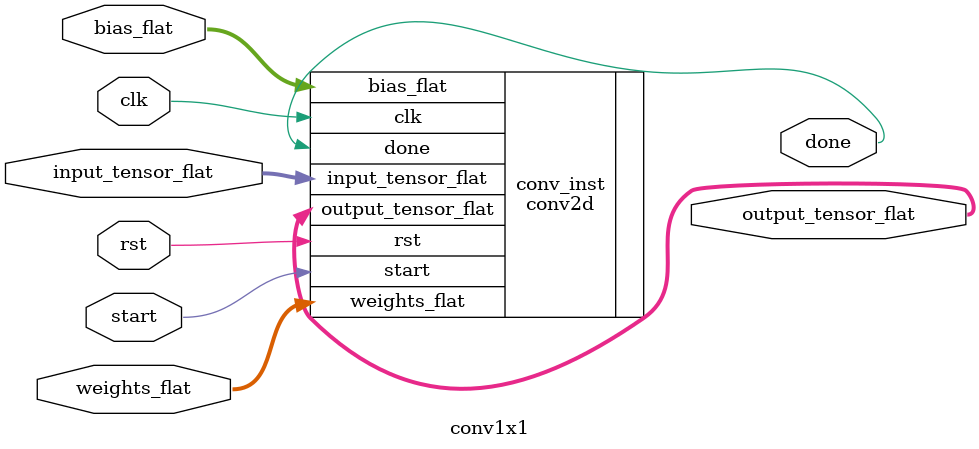
<source format=v>
`timescale 1ns / 1ps

module conv1x1 #(
    parameter BATCH_SIZE   = 1,
    parameter IN_CHANNELS  = 1,
    parameter OUT_CHANNELS = 1,
    parameter IN_HEIGHT    = 4,
    parameter IN_WIDTH     = 4,
    parameter STRIDE       = 1, // Stride is passed down to conv2d
    parameter DATA_WIDTH   = 32
)(
    input clk,
    input rst,
    input start,
    output wire done,

    input  [BATCH_SIZE*IN_CHANNELS*IN_HEIGHT*IN_WIDTH*DATA_WIDTH-1:0] input_tensor_flat,
    input  [OUT_CHANNELS*IN_CHANNELS*1*1*DATA_WIDTH-1:0] weights_flat, // Kernel size is 1x1
    input  [OUT_CHANNELS*DATA_WIDTH-1:0] bias_flat,

    // Calculate output dimensions for a 1x1 convolution with PADDING=0 and given STRIDE
    // OUT_HEIGHT = (IN_HEIGHT - KERNEL_SIZE + 2*PADDING) / STRIDE + 1
    // Here KERNEL_SIZE=1, PADDING=0. So:
    // OUT_HEIGHT = (IN_HEIGHT - 1 + 0) / STRIDE + 1 = (IN_HEIGHT - 1) / STRIDE + 1
    // Similarly for OUT_WIDTH.
    output [BATCH_SIZE*OUT_CHANNELS*
            ((IN_HEIGHT - 1) / STRIDE + 1) * // Calculated Output Height
            ((IN_WIDTH  - 1) / STRIDE + 1) * // Calculated Output Width
            DATA_WIDTH-1:0] output_tensor_flat
);

    // conv1x1 is a wrapper around conv2d with KERNEL_SIZE=1 and PADDING=0
    conv2d #(
        .BATCH_SIZE(BATCH_SIZE),
        .IN_CHANNELS(IN_CHANNELS),
        .OUT_CHANNELS(OUT_CHANNELS),
        .IN_HEIGHT(IN_HEIGHT),
        .IN_WIDTH(IN_WIDTH),
        .KERNEL_SIZE(1), // Fixed to 1 for 1x1 convolution
        .STRIDE(STRIDE), // Passed directly from conv1x1's parameter
        .PADDING(0),     // Fixed to 0 for 1x1 convolution
        .DATA_WIDTH(DATA_WIDTH)
    ) conv_inst (
        .clk(clk),
        .rst(rst),
        .start(start),
        .done(done),
        .input_tensor_flat(input_tensor_flat),
        .weights_flat(weights_flat),
        .bias_flat(bias_flat),
        .output_tensor_flat(output_tensor_flat)
    );

endmodule
</source>
